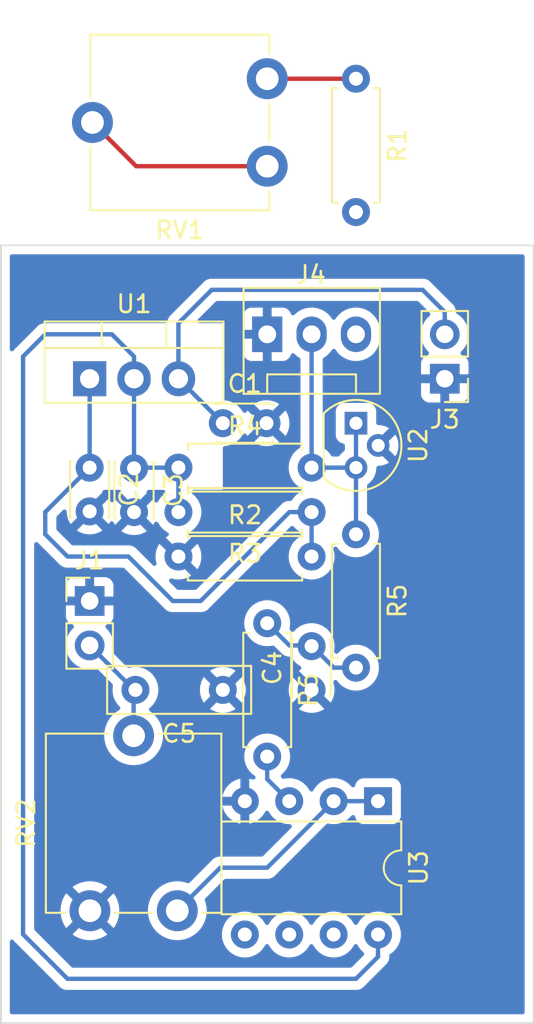
<source format=kicad_pcb>
(kicad_pcb (version 20211014) (generator pcbnew)
  (layers (0 "F.Cu" signal) (31 "B.Cu" signal) (34 "B.Paste" user) (35 "F.Paste" user) (36 "B.SilkS" user "B.Silkscreen") (37 "F.SilkS" user "F.Silkscreen") (38 "B.Mask" user) (39 "F.Mask" user) (44 "Edge.Cuts" user))
  (net 0 "")
  (net 1 "+5V")
  (net 2 "GND")
  (net 3 "Net-(C2-Pad1)")
  (net 4 "Net-(C3-Pad1)")
  (net 5 "Net-(C4-Pad2)")
  (net 7 "Net-(R1-Pad1)")
  (net 8 "ADC")
  (net 9 "opamp")
  (net 10 "Net-(R6-Pad2)")
  (net 11 "Net-(RV2-Pad1)")
  (footprint "Resistor_THT:R_Axial_DIN0207_L6.3mm_D2.5mm_P7.62mm_Horizontal" (layer "F.Cu") (at 129.54 95.25 -90)
    (property "Reference" "R2")
    (property "Value" "330")
    (fp_text reference "R5" (at 3.81 -2.37 90) (layer "F.SilkS"))
    (fp_text value "10K")
    (fp_line (start 0.54 1.37) (end 7.08 1.37) (layer "F.SilkS") (width 0.12))
    (fp_line (start 0.54 -1.37) (end 7.08 -1.37) (layer "F.SilkS") (width 0.12))
    (fp_line (start 0.54 1.04) (end 0.54 1.37) (layer "F.SilkS") (width 0.12))
    (fp_line (start 7.08 1.37) (end 7.08 1.04) (layer "F.SilkS") (width 0.12))
    (fp_line (start 0.54 -1.04) (end 0.54 -1.37) (layer "F.SilkS") (width 0.12))
    (fp_line (start 7.08 -1.37) (end 7.08 -1.04) (layer "F.SilkS") (width 0.12))
    (pad "1" thru_hole circle (at 0 0 270) (size 1.6 1.6) (drill 0.8) (layers *.Cu *.Mask) (net 9 "opamp"))
    (pad "2" thru_hole oval (at 7.62 0 270) (size 1.6 1.6) (drill 0.8) (layers *.Cu *.Mask) (net 5 "Net-(C4-Pad2)"))
  )
  (footprint "Capacitor_THT:C_Disc_D3.0mm_W2.0mm_P2.50mm" (layer "F.Cu") (at 116.84 91.48 -90)
    (fp_text reference "C3" (at 1.25 -2.25 90) (layer "F.SilkS"))
    (fp_text value "100n")
    (fp_line (start -0.37 -1.12) (end 2.87 -1.12) (layer "F.SilkS") (width 0.12))
    (fp_line (start -0.37 1.12) (end 2.87 1.12) (layer "F.SilkS") (width 0.12))
    (fp_line (start 2.87 1.055) (end 2.87 1.12) (layer "F.SilkS") (width 0.12))
    (fp_line (start -0.37 1.055) (end -0.37 1.12) (layer "F.SilkS") (width 0.12))
    (fp_line (start 2.87 -1.12) (end 2.87 -1.055) (layer "F.SilkS") (width 0.12))
    (fp_line (start -0.37 -1.12) (end -0.37 -1.055) (layer "F.SilkS") (width 0.12))
    (pad "1" thru_hole circle (at 0 0 270) (size 1.6 1.6) (drill 0.8) (layers *.Cu *.Mask) (net 4 "Net-(C3-Pad1)"))
    (pad "2" thru_hole circle (at 2.5 0 270) (size 1.6 1.6) (drill 0.8) (layers *.Cu *.Mask) (net 2 "GND"))
  )
  (footprint "Resistor_THT:R_Axial_DIN0207_L6.3mm_D2.5mm_P7.62mm_Horizontal" (layer "F.Cu") (at 129.54 69.215 -90)
    (fp_text reference "R1" (at 3.81 -2.37 90) (layer "F.SilkS"))
    (fp_text value "220")
    (fp_line (start 0.54 1.37) (end 7.08 1.37) (layer "F.SilkS") (width 0.12))
    (fp_line (start 7.08 1.37) (end 7.08 1.04) (layer "F.SilkS") (width 0.12))
    (fp_line (start 0.54 -1.37) (end 7.08 -1.37) (layer "F.SilkS") (width 0.12))
    (fp_line (start 0.54 -1.04) (end 0.54 -1.37) (layer "F.SilkS") (width 0.12))
    (fp_line (start 7.08 -1.37) (end 7.08 -1.04) (layer "F.SilkS") (width 0.12))
    (fp_line (start 0.54 1.04) (end 0.54 1.37) (layer "F.SilkS") (width 0.12))
    (pad "1" thru_hole circle (at 0 0 270) (size 1.6 1.6) (drill 0.8) (layers *.Cu *.Mask) (net 7 "Net-(R1-Pad1)"))
    (pad "2" thru_hole oval (at 7.62 0 270) (size 1.6 1.6) (drill 0.8) (layers *.Cu *.Mask) (net 9 "opamp"))
  )
  (footprint "Resistor_THT:R_Axial_DIN0207_L6.3mm_D2.5mm_P7.62mm_Horizontal" (layer "F.Cu") (at 119.38 96.52)
    (fp_text reference "R2" (at 3.81 -2.37) (layer "F.SilkS"))
    (fp_text value "470")
    (fp_line (start 7.08 -1.37) (end 7.08 -1.04) (layer "F.SilkS") (width 0.12))
    (fp_line (start 0.54 -1.04) (end 0.54 -1.37) (layer "F.SilkS") (width 0.12))
    (fp_line (start 0.54 1.04) (end 0.54 1.37) (layer "F.SilkS") (width 0.12))
    (fp_line (start 7.08 1.37) (end 7.08 1.04) (layer "F.SilkS") (width 0.12))
    (fp_line (start 0.54 -1.37) (end 7.08 -1.37) (layer "F.SilkS") (width 0.12))
    (fp_line (start 0.54 1.37) (end 7.08 1.37) (layer "F.SilkS") (width 0.12))
    (pad "1" thru_hole circle (at 0 0) (size 1.6 1.6) (drill 0.8) (layers *.Cu *.Mask) (net 2 "GND"))
    (pad "2" thru_hole oval (at 7.62 0) (size 1.6 1.6) (drill 0.8) (layers *.Cu *.Mask) (net 3 "Net-(C2-Pad1)"))
  )
  (footprint "Connector_PinHeader_2.54mm:PinHeader_1x02_P2.54mm_Vertical" (layer "F.Cu") (at 114.3 99.06)
    (property "Reference" "J1")
    (property "Value" "Conn_01x02")
    (fp_text reference "J1" (at 0 -2.33) (layer "F.SilkS"))
    (fp_text value "Conn_01x02")
    (fp_line (start -1.33 3.87) (end 1.33 3.87) (layer "F.SilkS") (width 0.12))
    (fp_line (start -1.33 0) (end -1.33 -1.33) (layer "F.SilkS") (width 0.12))
    (fp_line (start -1.33 1.27) (end 1.33 1.27) (layer "F.SilkS") (width 0.12))
    (fp_line (start -1.33 1.27) (end -1.33 3.87) (layer "F.SilkS") (width 0.12))
    (fp_line (start 1.33 1.27) (end 1.33 3.87) (layer "F.SilkS") (width 0.12))
    (fp_line (start -1.33 -1.33) (end 0 -1.33) (layer "F.SilkS") (width 0.12))
    (pad "1" thru_hole rect (at 0 0) (size 1.7 1.7) (drill 1) (layers *.Cu *.Mask) (net 2 "GND"))
    (pad "2" thru_hole oval (at 0 2.54) (size 1.7 1.7) (drill 1) (layers *.Cu *.Mask) (net 8 "ADC"))
  )
  (footprint "Capacitor_THT:C_Disc_D3.0mm_W2.0mm_P2.50mm" (layer "F.Cu") (at 114.3 91.44 -90)
    (fp_text reference "C2" (at 1.25 -2.25 90) (layer "F.SilkS"))
    (fp_text value "10n")
    (fp_line (start -0.37 -1.12) (end 2.87 -1.12) (layer "F.SilkS") (width 0.12))
    (fp_line (start -0.37 1.055) (end -0.37 1.12) (layer "F.SilkS") (width 0.12))
    (fp_line (start -0.37 -1.12) (end -0.37 -1.055) (layer "F.SilkS") (width 0.12))
    (fp_line (start -0.37 1.12) (end 2.87 1.12) (layer "F.SilkS") (width 0.12))
    (fp_line (start 2.87 1.055) (end 2.87 1.12) (layer "F.SilkS") (width 0.12))
    (fp_line (start 2.87 -1.12) (end 2.87 -1.055) (layer "F.SilkS") (width 0.12))
    (pad "1" thru_hole circle (at 0 0 270) (size 1.6 1.6) (drill 0.8) (layers *.Cu *.Mask) (net 3 "Net-(C2-Pad1)"))
    (pad "2" thru_hole circle (at 2.5 0 270) (size 1.6 1.6) (drill 0.8) (layers *.Cu *.Mask) (net 2 "GND"))
  )
  (footprint "Resistor_THT:R_Axial_DIN0207_L6.3mm_D2.5mm_P7.62mm_Horizontal" (layer "F.Cu") (at 124.46 100.33 -90)
    (property "Reference" "R2")
    (property "Value" "330")
    (fp_text reference "R6" (at 3.81 -2.37 90) (layer "F.SilkS"))
    (fp_text value "10K")
    (fp_line (start 7.08 -1.37) (end 7.08 -1.04) (layer "F.SilkS") (width 0.12))
    (fp_line (start 7.08 1.37) (end 7.08 1.04) (layer "F.SilkS") (width 0.12))
    (fp_line (start 0.54 -1.04) (end 0.54 -1.37) (layer "F.SilkS") (width 0.12))
    (fp_line (start 0.54 -1.37) (end 7.08 -1.37) (layer "F.SilkS") (width 0.12))
    (fp_line (start 0.54 1.37) (end 7.08 1.37) (layer "F.SilkS") (width 0.12))
    (fp_line (start 0.54 1.04) (end 0.54 1.37) (layer "F.SilkS") (width 0.12))
    (pad "1" thru_hole circle (at 0 0 270) (size 1.6 1.6) (drill 0.8) (layers *.Cu *.Mask) (net 5 "Net-(C4-Pad2)"))
    (pad "2" thru_hole oval (at 7.62 0 270) (size 1.6 1.6) (drill 0.8) (layers *.Cu *.Mask) (net 10 "Net-(R6-Pad2)"))
  )
  (footprint "Package_DIP:DIP-8_W7.62mm" (layer "F.Cu") (at 130.8 110.5 -90)
    (fp_text reference "U3" (at 3.81 -2.33 90) (layer "F.SilkS"))
    (fp_text value "LM358")
    (fp_line (start 1.16 -1.33) (end 1.16 8.95) (layer "F.SilkS") (width 0.12))
    (fp_line (start 6.46 -1.33) (end 4.81 -1.33) (layer "F.SilkS") (width 0.12))
    (fp_line (start 6.46 8.95) (end 6.46 -1.33) (layer "F.SilkS") (width 0.12))
    (fp_line (start 2.81 -1.33) (end 1.16 -1.33) (layer "F.SilkS") (width 0.12))
    (fp_line (start 1.16 8.95) (end 6.46 8.95) (layer "F.SilkS") (width 0.12))
    (fp_arc (start 4.81 -1.33) (mid 3.81 -0.33) (end 2.81 -1.33) (layer "F.SilkS") (width 0.12))
    (pad "1" thru_hole rect (at 0 0 270) (size 1.6 1.6) (drill 0.8) (layers *.Cu *.Mask) (net 11 "Net-(RV2-Pad1)"))
    (pad "2" thru_hole oval (at 0 2.54 270) (size 1.6 1.6) (drill 0.8) (layers *.Cu *.Mask) (net 11 "Net-(RV2-Pad1)"))
    (pad "3" thru_hole oval (at 0 5.08 270) (size 1.6 1.6) (drill 0.8) (layers *.Cu *.Mask) (net 10 "Net-(R6-Pad2)"))
    (pad "4" thru_hole oval (at 0 7.62 270) (size 1.6 1.6) (drill 0.8) (layers *.Cu *.Mask) (net 2 "GND"))
    (pad "5" thru_hole oval (at 7.62 7.62 270) (size 1.6 1.6) (drill 0.8) (layers *.Cu *.Mask))
    (pad "6" thru_hole oval (at 7.62 5.08 270) (size 1.6 1.6) (drill 0.8) (layers *.Cu *.Mask))
    (pad "7" thru_hole oval (at 7.62 2.54 270) (size 1.6 1.6) (drill 0.8) (layers *.Cu *.Mask))
    (pad "8" thru_hole oval (at 7.62 0 270) (size 1.6 1.6) (drill 0.8) (layers *.Cu *.Mask) (net 4 "Net-(C3-Pad1)"))
  )
  (footprint "Capacitor_THT:C_Disc_D3.0mm_W2.0mm_P2.50mm" (layer "F.Cu") (at 127 104.14 90)
    (fp_text reference "C4" (at 1.25 -2.25 90) (layer "F.SilkS"))
    (fp_text value "100n")
    (fp_line (start 2.87 -1.12) (end 2.87 -1.055) (layer "F.SilkS") (width 0.12))
    (fp_line (start -0.37 1.055) (end -0.37 1.12) (layer "F.SilkS") (width 0.12))
    (fp_line (start 2.87 1.055) (end 2.87 1.12) (layer "F.SilkS") (width 0.12))
    (fp_line (start -0.37 -1.12) (end 2.87 -1.12) (layer "F.SilkS") (width 0.12))
    (fp_line (start -0.37 -1.12) (end -0.37 -1.055) (layer "F.SilkS") (width 0.12))
    (fp_line (start -0.37 1.12) (end 2.87 1.12) (layer "F.SilkS") (width 0.12))
    (pad "1" thru_hole circle (at 0 0 90) (size 1.6 1.6) (drill 0.8) (layers *.Cu *.Mask) (net 2 "GND"))
    (pad "2" thru_hole circle (at 2.5 0 90) (size 1.6 1.6) (drill 0.8) (layers *.Cu *.Mask) (net 5 "Net-(C4-Pad2)"))
  )
  (footprint "Package_TO_SOT_THT:TO-220-3_Vertical" (layer "F.Cu") (at 114.3 86.36)
    (property "Reference" "U1")
    (property "Value" "LM317_TO-220")
    (fp_text reference "U1" (at 2.54 -4.27) (layer "F.SilkS"))
    (fp_text value "LM317_TO-220")
    (fp_line (start 7.66 -3.27) (end 7.66 1.371) (layer "F.SilkS") (width 0.12))
    (fp_line (start -2.58 1.371) (end 7.66 1.371) (layer "F.SilkS") (width 0.12))
    (fp_line (start 0.69 -3.27) (end 0.69 -1.76) (layer "F.SilkS") (width 0.12))
    (fp_line (start -2.58 -3.27) (end 7.66 -3.27) (layer "F.SilkS") (width 0.12))
    (fp_line (start -2.58 -1.76) (end 7.66 -1.76) (layer "F.SilkS") (width 0.12))
    (fp_line (start 4.391 -3.27) (end 4.391 -1.76) (layer "F.SilkS") (width 0.12))
    (fp_line (start -2.58 -3.27) (end -2.58 1.371) (layer "F.SilkS") (width 0.12))
    (pad "1" thru_hole rect (at 0 0) (size 1.905 2) (drill 1.1) (layers *.Cu *.Mask) (net 3 "Net-(C2-Pad1)"))
    (pad "2" thru_hole oval (at 2.54 0) (size 1.905 2) (drill 1.1) (layers *.Cu *.Mask) (net 4 "Net-(C3-Pad1)"))
    (pad "3" thru_hole oval (at 5.08 0) (size 1.905 2) (drill 1.1) (layers *.Cu *.Mask) (net 1 "+5V"))
  )
  (footprint "Potentiometer_THT:Potentiometer_ACP_CA9-V10_Vertical" (layer "F.Cu") (at 124.46 69.215 180)
    (property "Reference" "RV1")
    (property "Value" "R_Potentiometer")
    (fp_text reference "RV1" (at 5 -8.65) (layer "F.SilkS"))
    (fp_text value "4K")
    (fp_line (start -0.12 -7.521) (end 10.12 -7.521) (layer "F.SilkS") (width 0.12))
    (fp_line (start -0.12 -3.574) (end -0.12 -1.425) (layer "F.SilkS") (width 0.12))
    (fp_line (start 10.12 -7.521) (end 10.12 -3.925) (layer "F.SilkS") (width 0.12))
    (fp_line (start -0.12 -7.521) (end -0.12 -6.426) (layer "F.SilkS") (width 0.12))
    (fp_line (start -0.12 2.52) (end 10.12 2.52) (layer "F.SilkS") (width 0.12))
    (fp_line (start -0.12 1.425) (end -0.12 2.52) (layer "F.SilkS") (width 0.12))
    (fp_line (start 10.12 -1.075) (end 10.12 2.52) (layer "F.SilkS") (width 0.12))
    (pad "1" thru_hole circle (at 0 0 180) (size 2.34 2.34) (drill 1.3) (layers *.Cu *.Mask) (net 7 "Net-(R1-Pad1)"))
    (pad "2" thru_hole circle (at 10 -2.5 180) (size 2.34 2.34) (drill 1.3) (layers *.Cu *.Mask) (net 2 "GND"))
    (pad "3" thru_hole circle (at 0 -5 180) (size 2.34 2.34) (drill 1.3) (layers *.Cu *.Mask) (net 2 "GND"))
  )
  (footprint "Connector_PinHeader_2.54mm:PinHeader_1x02_P2.54mm_Vertical" (layer "F.Cu") (at 134.62 86.36 180)
    (property "Reference" "J1")
    (property "Value" "Conn_01x02")
    (fp_text reference "J3" (at 0 -2.33) (layer "F.SilkS"))
    (fp_text value "Conn_01x02")
    (fp_line (start 1.33 1.27) (end 1.33 3.87) (layer "F.SilkS") (width 0.12))
    (fp_line (start -1.33 3.87) (end 1.33 3.87) (layer "F.SilkS") (width 0.12))
    (fp_line (start -1.33 1.27) (end 1.33 1.27) (layer "F.SilkS") (width 0.12))
    (fp_line (start -1.33 1.27) (end -1.33 3.87) (layer "F.SilkS") (width 0.12))
    (fp_line (start -1.33 -1.33) (end 0 -1.33) (layer "F.SilkS") (width 0.12))
    (fp_line (start -1.33 0) (end -1.33 -1.33) (layer "F.SilkS") (width 0.12))
    (pad "1" thru_hole rect (at 0 0 180) (size 1.7 1.7) (drill 1) (layers *.Cu *.Mask) (net 2 "GND"))
    (pad "2" thru_hole oval (at 0 2.54 180) (size 1.7 1.7) (drill 1) (layers *.Cu *.Mask) (net 1 "+5V"))
  )
  (footprint "Capacitor_THT:C_Disc_D3.0mm_W2.0mm_P2.50mm" (layer "F.Cu") (at 121.92 88.9)
    (property "Reference" "C1")
    (property "Value" "10u")
    (fp_text reference "C1" (at 1.25 -2.25) (layer "F.SilkS"))
    (fp_text value "1u")
    (fp_line (start -0.37 1.12) (end 2.87 1.12) (layer "F.SilkS") (width 0.12))
    (fp_line (start -0.37 -1.12) (end -0.37 -1.055) (layer "F.SilkS") (width 0.12))
    (fp_line (start 2.87 1.055) (end 2.87 1.12) (layer "F.SilkS") (width 0.12))
    (fp_line (start -0.37 -1.12) (end 2.87 -1.12) (layer "F.SilkS") (width 0.12))
    (fp_line (start -0.37 1.055) (end -0.37 1.12) (layer "F.SilkS") (width 0.12))
    (fp_line (start 2.87 -1.12) (end 2.87 -1.055) (layer "F.SilkS") (width 0.12))
    (pad "1" thru_hole circle (at 0 0) (size 1.6 1.6) (drill 0.8) (layers *.Cu *.Mask) (net 1 "+5V"))
    (pad "2" thru_hole circle (at 2.5 0) (size 1.6 1.6) (drill 0.8) (layers *.Cu *.Mask) (net 2 "GND"))
  )
  (footprint "Resistor_THT:R_Axial_DIN0207_L6.3mm_D2.5mm_P7.62mm_Horizontal" (layer "F.Cu") (at 119.38 91.44)
    (fp_text reference "R4" (at 3.81 -2.37) (layer "F.SilkS"))
    (fp_text value "820")
    (fp_line (start 0.54 -1.37) (end 7.08 -1.37) (layer "F.SilkS") (width 0.12))
    (fp_line (start 7.08 1.37) (end 7.08 1.04) (layer "F.SilkS") (width 0.12))
    (fp_line (start 0.54 1.37) (end 7.08 1.37) (layer "F.SilkS") (width 0.12))
    (fp_line (start 0.54 -1.04) (end 0.54 -1.37) (layer "F.SilkS") (width 0.12))
    (fp_line (start 7.08 -1.37) (end 7.08 -1.04) (layer "F.SilkS") (width 0.12))
    (fp_line (start 0.54 1.04) (end 0.54 1.37) (layer "F.SilkS") (width 0.12))
    (pad "1" thru_hole circle (at 0 0) (size 1.6 1.6) (drill 0.8) (layers *.Cu *.Mask) (net 4 "Net-(C3-Pad1)"))
    (pad "2" thru_hole oval (at 7.62 0) (size 1.6 1.6) (drill 0.8) (layers *.Cu *.Mask) (net 9 "opamp"))
  )
  (footprint "Resistor_THT:R_Axial_DIN0207_L6.3mm_D2.5mm_P7.62mm_Horizontal" (layer "F.Cu") (at 127 93.98 180)
    (property "Reference" "R2")
    (property "Value" "330")
    (fp_text reference "R3" (at 3.81 -2.37) (layer "F.SilkS"))
    (fp_text value "330")
    (fp_line (start 0.54 1.04) (end 0.54 1.37) (layer "F.SilkS") (width 0.12))
    (fp_line (start 0.54 -1.04) (end 0.54 -1.37) (layer "F.SilkS") (width 0.12))
    (fp_line (start 0.54 -1.37) (end 7.08 -1.37) (layer "F.SilkS") (width 0.12))
    (fp_line (start 7.08 -1.37) (end 7.08 -1.04) (layer "F.SilkS") (width 0.12))
    (fp_line (start 7.08 1.37) (end 7.08 1.04) (layer "F.SilkS") (width 0.12))
    (fp_line (start 0.54 1.37) (end 7.08 1.37) (layer "F.SilkS") (width 0.12))
    (pad "1" thru_hole circle (at 0 0 180) (size 1.6 1.6) (drill 0.8) (layers *.Cu *.Mask) (net 3 "Net-(C2-Pad1)"))
    (pad "2" thru_hole oval (at 7.62 0 180) (size 1.6 1.6) (drill 0.8) (layers *.Cu *.Mask) (net 4 "Net-(C3-Pad1)"))
  )
  (footprint "Package_TO_SOT_THT:TO-92" (layer "F.Cu") (at 129.54 88.9 -90)
    (property "Reference" "U2")
    (property "Value" "TL431LP")
    (fp_text reference "U2" (at 1.27 -3.56 90) (layer "F.SilkS"))
    (fp_text value "TL431LP")
    (fp_line (start -0.53 1.85) (end 3.07 1.85) (layer "F.SilkS") (width 0.12))
    (fp_arc (start -0.568478 1.838478) (mid -1.132087 -0.994977) (end 1.27 -2.6) (layer "F.SilkS") (width 0.12))
    (fp_arc (start 1.27 -2.6) (mid 3.672087 -0.994977) (end 3.108478 1.838478) (layer "F.SilkS") (width 0.12))
    (pad "1" thru_hole rect (at 0 0 270) (size 1.3 1.3) (drill 0.75) (layers *.Cu *.Mask) (net 9 "opamp"))
    (pad "2" thru_hole circle (at 1.27 -1.27 270) (size 1.3 1.3) (drill 0.75) (layers *.Cu *.Mask) (net 2 "GND"))
    (pad "3" thru_hole circle (at 2.54 0 270) (size 1.3 1.3) (drill 0.75) (layers *.Cu *.Mask) (net 9 "opamp"))
  )
  (footprint "Potentiometer_THT:Potentiometer_ACP_CA9-V10_Vertical" (layer "F.Cu") (at 119.315 116.76 90)
    (property "Reference" "RV1")
    (property "Value" "R_Potentiometer")
    (fp_text reference "RV2" (at 5 -8.65 90) (layer "F.SilkS"))
    (fp_text value "20K")
    (fp_line (start -0.12 -7.521) (end -0.12 -6.426) (layer "F.SilkS") (width 0.12))
    (fp_line (start -0.12 -3.574) (end -0.12 -1.425) (layer "F.SilkS") (width 0.12))
    (fp_line (start -0.12 -7.521) (end 10.12 -7.521) (layer "F.SilkS") (width 0.12))
    (fp_line (start 10.12 -1.075) (end 10.12 2.52) (layer "F.SilkS") (width 0.12))
    (fp_line (start 10.12 -7.521) (end 10.12 -3.925) (layer "F.SilkS") (width 0.12))
    (fp_line (start -0.12 2.52) (end 10.12 2.52) (layer "F.SilkS") (width 0.12))
    (fp_line (start -0.12 1.425) (end -0.12 2.52) (layer "F.SilkS") (width 0.12))
    (pad "1" thru_hole circle (at 0 0 90) (size 2.34 2.34) (drill 1.3) (layers *.Cu *.Mask) (net 11 "Net-(RV2-Pad1)"))
    (pad "2" thru_hole circle (at 10 -2.5 90) (size 2.34 2.34) (drill 1.3) (layers *.Cu *.Mask) (net 8 "ADC"))
    (pad "3" thru_hole circle (at 0 -5 90) (size 2.34 2.34) (drill 1.3) (layers *.Cu *.Mask) (net 2 "GND"))
  )
  (footprint "Connector:FanPinHeader_1x03_P2.54mm_Vertical" (layer "F.Cu") (at 124.46 83.82)
    (property "Reference" "J2")
    (property "Value" "Conn_01x03_Male")
    (fp_text reference "J4" (at 2.5 -3.4) (layer "F.SilkS"))
    (fp_text value "Conn_01x03_Male")
    (fp_line (start -1.35 -2.65) (end 6.45 -2.65) (layer "F.SilkS") (width 0.12))
    (fp_line (start -1.35 3.4) (end -1.35 -2.65) (layer "F.SilkS") (width 0.12))
    (fp_line (start 0 2.29) (end 5.08 2.29) (layer "F.SilkS") (width 0.12))
    (fp_line (start 0 3.3) (end 0 2.29) (layer "F.SilkS") (width 0.12))
    (fp_line (start 6.45 3.4) (end -1.35 3.4) (layer "F.SilkS") (width 0.12))
    (fp_line (start 5.08 2.29) (end 5.08 3.3) (layer "F.SilkS") (width 0.12))
    (fp_line (start 6.45 -2.65) (end 6.45 3.4) (layer "F.SilkS") (width 0.12))
    (pad "1" thru_hole rect (at 0 0 90) (size 2.03 1.73) (drill 1.02) (layers *.Cu *.Mask) (net 2 "GND"))
    (pad "2" thru_hole oval (at 2.54 0 90) (size 2.03 1.73) (drill 1.02) (layers *.Cu *.Mask) (net 9 "opamp"))
    (pad "3" thru_hole oval (at 5.08 0 90) (size 2.03 1.73) (drill 1.02) (layers *.Cu *.Mask))
  )
  (footprint "Capacitor_THT:C_Disc_D8.0mm_W2.5mm_P5.00mm" (layer "F.Cu") (at 121.92 104.14 180)
    (fp_text reference "C5" (at 2.5 -2.5) (layer "F.SilkS"))
    (fp_text value "4,7u")
    (fp_line (start -1.62 -1.37) (end 6.62 -1.37) (layer "F.SilkS") (width 0.12))
    (fp_line (start 6.62 -1.37) (end 6.62 1.37) (layer "F.SilkS") (width 0.12))
    (fp_line (start -1.62 1.37) (end 6.62 1.37) (layer "F.SilkS") (width 0.12))
    (fp_line (start -1.62 -1.37) (end -1.62 1.37) (layer "F.SilkS") (width 0.12))
    (pad "1" thru_hole circle (at 0 0 180) (size 1.6 1.6) (drill 0.8) (layers *.Cu *.Mask) (net 2 "GND"))
    (pad "2" thru_hole circle (at 5 0 180) (size 1.6 1.6) (drill 0.8) (layers *.Cu *.Mask) (net 8 "ADC"))
  )
  (gr_rect (start 109.22 78.74) (end 139.7 123.19) (layer "Edge.Cuts") (width 0.1) (fill none))
  (segment (start 134.62 82.55) (end 134.62 83.82) (width 0.25) (layer "B.Cu") (net 1))
  (segment (start 121.285 81.28) (end 133.35 81.28) (width 0.25) (layer "B.Cu") (net 1))
  (segment (start 119.38 86.36) (end 119.38 83.185) (width 0.25) (layer "B.Cu") (net 1))
  (segment (start 119.38 86.36) (end 121.92 88.9) (width 0.25) (layer "B.Cu") (net 1))
  (segment (start 119.38 83.185) (end 121.285 81.28) (width 0.25) (layer "B.Cu") (net 1))
  (segment (start 133.35 81.28) (end 134.62 82.55) (width 0.25) (layer "B.Cu") (net 1))
  (segment (start 116.96 74.215) (end 114.46 71.715) (width 0.25) (layer "F.Cu") (net 2))
  (segment (start 124.46 74.215) (end 116.96 74.215) (width 0.25) (layer "F.Cu") (net 2))
  (segment (start 113.03 96.52) (end 116.519009 96.52) (width 0.25) (layer "B.Cu") (net 3))
  (segment (start 127 96.52) (end 127 93.98) (width 0.25) (layer "B.Cu") (net 3))
  (segment (start 116.519009 96.52) (end 119.059009 99.06) (width 0.25) (layer "B.Cu") (net 3))
  (segment (start 125.73 93.98) (end 127 93.98) (width 0.25) (layer "B.Cu") (net 3))
  (segment (start 114.3 91.44) (end 114.3 86.36) (width 0.25) (layer "B.Cu") (net 3))
  (segment (start 120.65 99.06) (end 125.73 93.98) (width 0.25) (layer "B.Cu") (net 3))
  (segment (start 114.3 91.44) (end 111.76 93.98) (width 0.25) (layer "B.Cu") (net 3))
  (segment (start 111.76 95.25) (end 113.03 96.52) (width 0.25) (layer "B.Cu") (net 3))
  (segment (start 119.059009 99.06) (end 120.65 99.06) (width 0.25) (layer "B.Cu") (net 3))
  (segment (start 111.76 93.98) (end 111.76 95.25) (width 0.25) (layer "B.Cu") (net 3))
  (segment (start 113.03 120.65) (end 129.54 120.65) (width 0.25) (layer "B.Cu") (net 4))
  (segment (start 130.81 119.38) (end 130.8 119.37) (width 0.25) (layer "B.Cu") (net 4))
  (segment (start 130.8 119.37) (end 130.8 118.12) (width 0.25) (layer "B.Cu") (net 4))
  (segment (start 116.84 86.36) (end 116.84 91.44) (width 0.25) (layer "B.Cu") (net 4))
  (segment (start 115.57 83.82) (end 111.76 83.82) (width 0.25) (layer "B.Cu") (net 4))
  (segment (start 116.84 91.44) (end 119.38 91.44) (width 0.25) (layer "B.Cu") (net 4))
  (segment (start 116.84 86.36) (end 116.84 85.09) (width 0.25) (layer "B.Cu") (net 4))
  (segment (start 116.84 85.09) (end 115.57 83.82) (width 0.25) (layer "B.Cu") (net 4))
  (segment (start 110.49 85.09) (end 110.49 118.11) (width 0.25) (layer "B.Cu") (net 4))
  (segment (start 110.49 118.11) (end 113.03 120.65) (width 0.25) (layer "B.Cu") (net 4))
  (segment (start 129.54 120.65) (end 130.81 119.38) (width 0.25) (layer "B.Cu") (net 4))
  (segment (start 119.38 91.44) (end 119.38 93.98) (width 0.25) (layer "B.Cu") (net 4))
  (segment (start 111.76 83.82) (end 110.49 85.09) (width 0.25) (layer "B.Cu") (net 4))
  (segment (start 125.73 101.6) (end 124.46 100.33) (width 0.25) (layer "B.Cu") (net 5))
  (segment (start 128.27 102.87) (end 127 101.6) (width 0.25) (layer "B.Cu") (net 5))
  (segment (start 127 101.6) (end 125.73 101.6) (width 0.25) (layer "B.Cu") (net 5))
  (segment (start 129.54 102.87) (end 128.27 102.87) (width 0.25) (layer "B.Cu") (net 5))
  (segment (start 129.54 69.215) (end 124.46 69.215) (width 0.25) (layer "F.Cu") (net 7))
  (segment (start 116.76 104.06) (end 116.84 104.06) (width 0.25) (layer "F.Cu") (net 8))
  (segment (start 116.815 104.085) (end 116.84 104.06) (width 0.25) (layer "F.Cu") (net 8))
  (segment (start 114.3 101.6) (end 116.76 104.06) (width 0.25) (layer "B.Cu") (net 8))
  (segment (start 116.815 106.76) (end 116.815 104.085) (width 0.25) (layer "B.Cu") (net 8))
  (segment (start 129.54 88.9) (end 129.54 91.44) (width 0.25) (layer "B.Cu") (net 9))
  (segment (start 129.54 95.25) (end 129.54 91.44) (width 0.25) (layer "B.Cu") (net 9))
  (segment (start 127 91.44) (end 127 83.82) (width 0.25) (layer "B.Cu") (net 9))
  (segment (start 127 91.44) (end 129.54 91.44) (width 0.25) (layer "B.Cu") (net 9))
  (segment (start 124.46 109.24) (end 125.72 110.5) (width 0.25) (layer "B.Cu") (net 10))
  (segment (start 124.46 107.95) (end 124.46 109.24) (width 0.25) (layer "B.Cu") (net 10))
  (segment (start 121.775 114.3) (end 124.46 114.3) (width 0.25) (layer "B.Cu") (net 11))
  (segment (start 128.26 110.5) (end 130.8 110.5) (width 0.25) (layer "B.Cu") (net 11))
  (segment (start 119.315 116.76) (end 121.775 114.3) (width 0.25) (layer "B.Cu") (net 11))
  (segment (start 124.46 114.3) (end 128.26 110.5) (width 0.25) (layer "B.Cu") (net 11))
  (zone (net 0) (net_name "") (layer "B.Cu") (connect_pads (clearance 0)) (min_thickness 0.254)
    (keepout (tracks allowed) (vias allowed) (pads allowed) (copperpour not_allowed) (footprints allowed))
    (fill (thermal_gap 0.508) (thermal_bridge_width 0.508))
    (polygon (pts (xy 121.92 92.71) (xy 111.76 92.71) (xy 111.76 83.185) (xy 121.92 83.185)))
  )
  (zone (net 2) (net_name "GND") (layer "B.Cu") (connect_pads (clearance 0.508)) (min_thickness 0.254) (fill yes (thermal_gap 0.508) (thermal_bridge_width 0.508))
    (polygon (pts (xy 139.7 123.19) (xy 109.22 123.19) (xy 109.22 78.74) (xy 139.7 78.74)))
  )
)
</source>
